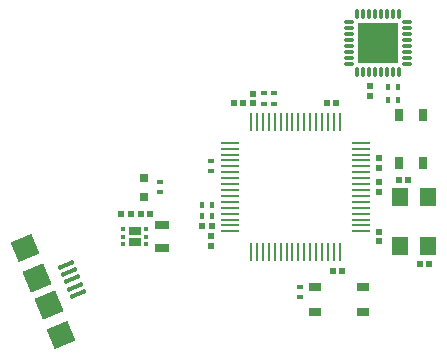
<source format=gtp>
G04 Layer_Color=8421504*
%FSAX25Y25*%
%MOIN*%
G70*
G01*
G75*
%ADD11R,0.01772X0.01181*%
G04:AMPARAMS|DCode=12|XSize=56mil|YSize=14mil|CornerRadius=0mil|HoleSize=0mil|Usage=FLASHONLY|Rotation=22.500|XOffset=0mil|YOffset=0mil|HoleType=Round|Shape=Rectangle|*
%AMROTATEDRECTD12*
4,1,4,-0.02319,-0.01718,-0.02855,-0.00425,0.02319,0.01718,0.02855,0.00425,-0.02319,-0.01718,0.0*
%
%ADD12ROTATEDRECTD12*%

G04:AMPARAMS|DCode=13|XSize=71mil|YSize=75mil|CornerRadius=0mil|HoleSize=0mil|Usage=FLASHONLY|Rotation=292.500|XOffset=0mil|YOffset=0mil|HoleType=Round|Shape=Rectangle|*
%AMROTATEDRECTD13*
4,1,4,-0.04823,0.01845,0.02106,0.04715,0.04823,-0.01845,-0.02106,-0.04715,-0.04823,0.01845,0.0*
%
%ADD13ROTATEDRECTD13*%

%ADD14P,0.10607X4X337.5*%
%ADD15R,0.03937X0.02559*%
%ADD16O,0.06102X0.00984*%
%ADD17O,0.00984X0.06102*%
G04:AMPARAMS|DCode=18|XSize=135.83mil|YSize=135.83mil|CornerRadius=2.04mil|HoleSize=0mil|Usage=FLASHONLY|Rotation=180.000|XOffset=0mil|YOffset=0mil|HoleType=Round|Shape=RoundedRectangle|*
%AMROUNDEDRECTD18*
21,1,0.13583,0.13175,0,0,180.0*
21,1,0.13175,0.13583,0,0,180.0*
1,1,0.00408,-0.06588,0.06588*
1,1,0.00408,0.06588,0.06588*
1,1,0.00408,0.06588,-0.06588*
1,1,0.00408,-0.06588,-0.06588*
%
%ADD18ROUNDEDRECTD18*%
G04:AMPARAMS|DCode=19|XSize=11.02mil|YSize=33.47mil|CornerRadius=1.98mil|HoleSize=0mil|Usage=FLASHONLY|Rotation=180.000|XOffset=0mil|YOffset=0mil|HoleType=Round|Shape=RoundedRectangle|*
%AMROUNDEDRECTD19*
21,1,0.01102,0.02950,0,0,180.0*
21,1,0.00706,0.03347,0,0,180.0*
1,1,0.00397,-0.00353,0.01475*
1,1,0.00397,0.00353,0.01475*
1,1,0.00397,0.00353,-0.01475*
1,1,0.00397,-0.00353,-0.01475*
%
%ADD19ROUNDEDRECTD19*%
G04:AMPARAMS|DCode=20|XSize=11.02mil|YSize=33.47mil|CornerRadius=1.98mil|HoleSize=0mil|Usage=FLASHONLY|Rotation=270.000|XOffset=0mil|YOffset=0mil|HoleType=Round|Shape=RoundedRectangle|*
%AMROUNDEDRECTD20*
21,1,0.01102,0.02950,0,0,270.0*
21,1,0.00706,0.03347,0,0,270.0*
1,1,0.00397,-0.01475,-0.00353*
1,1,0.00397,-0.01475,0.00353*
1,1,0.00397,0.01475,0.00353*
1,1,0.00397,0.01475,-0.00353*
%
%ADD20ROUNDEDRECTD20*%
%ADD21R,0.02165X0.01772*%
%ADD22R,0.03150X0.02756*%
%ADD23R,0.05118X0.02756*%
%ADD24R,0.01969X0.02047*%
%ADD25R,0.05500X0.06300*%
%ADD26R,0.02559X0.03937*%
%ADD27R,0.01772X0.02165*%
%ADD28R,0.02047X0.01969*%
G04:AMPARAMS|DCode=55|XSize=39.37mil|YSize=27.56mil|CornerRadius=1.93mil|HoleSize=0mil|Usage=FLASHONLY|Rotation=180.000|XOffset=0mil|YOffset=0mil|HoleType=Round|Shape=RoundedRectangle|*
%AMROUNDEDRECTD55*
21,1,0.03937,0.02370,0,0,180.0*
21,1,0.03551,0.02756,0,0,180.0*
1,1,0.00386,-0.01776,0.01185*
1,1,0.00386,0.01776,0.01185*
1,1,0.00386,0.01776,-0.01185*
1,1,0.00386,-0.01776,-0.01185*
%
%ADD55ROUNDEDRECTD55*%
D11*
X0451661Y0242441D02*
D03*
Y0245000D02*
D03*
Y0247559D02*
D03*
X0459339D02*
D03*
Y0245000D02*
D03*
Y0242441D02*
D03*
D12*
X0432669Y0235422D02*
D03*
X0436618Y0225890D02*
D03*
X0433648Y0233058D02*
D03*
X0434628Y0230694D02*
D03*
X0435623Y0228292D02*
D03*
D13*
X0418900Y0241225D02*
D03*
X0430973Y0212078D02*
D03*
D14*
X0423014Y0231295D02*
D03*
X0426840Y0222056D02*
D03*
D15*
X0515429Y0228134D02*
D03*
Y0219866D02*
D03*
X0531571Y0228134D02*
D03*
Y0219866D02*
D03*
D16*
X0530752Y0246736D02*
D03*
Y0248705D02*
D03*
Y0250673D02*
D03*
Y0252642D02*
D03*
Y0254610D02*
D03*
Y0256579D02*
D03*
Y0258547D02*
D03*
Y0260516D02*
D03*
Y0262484D02*
D03*
Y0264453D02*
D03*
Y0266421D02*
D03*
Y0268390D02*
D03*
Y0270358D02*
D03*
Y0272327D02*
D03*
Y0274295D02*
D03*
Y0276264D02*
D03*
X0487248D02*
D03*
Y0274295D02*
D03*
Y0272327D02*
D03*
Y0270358D02*
D03*
Y0268390D02*
D03*
Y0266421D02*
D03*
Y0264453D02*
D03*
Y0262484D02*
D03*
Y0260516D02*
D03*
Y0258547D02*
D03*
Y0256579D02*
D03*
Y0254610D02*
D03*
Y0252642D02*
D03*
Y0250673D02*
D03*
Y0248705D02*
D03*
Y0246736D02*
D03*
D17*
X0523764Y0283252D02*
D03*
X0521795D02*
D03*
X0519827D02*
D03*
X0517858D02*
D03*
X0515890D02*
D03*
X0513921D02*
D03*
X0511953D02*
D03*
X0509984D02*
D03*
X0508016D02*
D03*
X0506047D02*
D03*
X0504079D02*
D03*
X0502110D02*
D03*
X0500142D02*
D03*
X0498173D02*
D03*
X0496205D02*
D03*
X0494236D02*
D03*
Y0239748D02*
D03*
X0496205D02*
D03*
X0498173D02*
D03*
X0500142D02*
D03*
X0502110D02*
D03*
X0504079D02*
D03*
X0506047D02*
D03*
X0508016D02*
D03*
X0509984D02*
D03*
X0511953D02*
D03*
X0513921D02*
D03*
X0515890D02*
D03*
X0517858D02*
D03*
X0519827D02*
D03*
X0521795D02*
D03*
X0523764D02*
D03*
D18*
X0536500Y0309500D02*
D03*
D19*
X0543390Y0299756D02*
D03*
X0541421D02*
D03*
X0539453D02*
D03*
X0537484D02*
D03*
X0535516D02*
D03*
X0533547D02*
D03*
X0531579D02*
D03*
X0529610D02*
D03*
Y0319244D02*
D03*
X0531579D02*
D03*
X0533547D02*
D03*
X0535516D02*
D03*
X0537484D02*
D03*
X0539453D02*
D03*
X0541421D02*
D03*
X0543390D02*
D03*
D20*
X0526756Y0302610D02*
D03*
Y0304579D02*
D03*
Y0306547D02*
D03*
Y0308516D02*
D03*
Y0310484D02*
D03*
Y0312453D02*
D03*
Y0314421D02*
D03*
Y0316390D02*
D03*
X0546244D02*
D03*
Y0314421D02*
D03*
Y0312453D02*
D03*
Y0310484D02*
D03*
Y0308516D02*
D03*
Y0306547D02*
D03*
Y0304579D02*
D03*
Y0302610D02*
D03*
D21*
X0464000Y0259728D02*
D03*
Y0263272D02*
D03*
X0481000Y0270272D02*
D03*
Y0266728D02*
D03*
X0510500Y0228272D02*
D03*
Y0224728D02*
D03*
X0498500Y0292772D02*
D03*
Y0289228D02*
D03*
X0502000Y0292772D02*
D03*
Y0289228D02*
D03*
D22*
X0458500Y0264650D02*
D03*
Y0258350D02*
D03*
D23*
X0464500Y0241260D02*
D03*
Y0248740D02*
D03*
D24*
X0450886Y0252500D02*
D03*
X0454114D02*
D03*
X0481114Y0248500D02*
D03*
X0477886D02*
D03*
X0546614Y0264000D02*
D03*
X0543386D02*
D03*
X0550386Y0236000D02*
D03*
X0553614D02*
D03*
X0524614Y0233500D02*
D03*
X0521386D02*
D03*
X0491614Y0289500D02*
D03*
X0488386D02*
D03*
X0519386D02*
D03*
X0522614D02*
D03*
X0460614Y0252500D02*
D03*
X0457386D02*
D03*
D25*
X0543750Y0258150D02*
D03*
Y0241850D02*
D03*
X0553250D02*
D03*
Y0258150D02*
D03*
D26*
X0543366Y0269429D02*
D03*
X0551634D02*
D03*
X0543366Y0285571D02*
D03*
X0551634D02*
D03*
D27*
X0539728Y0295000D02*
D03*
X0543272D02*
D03*
X0539728Y0290500D02*
D03*
X0543272D02*
D03*
X0481272Y0252000D02*
D03*
X0477728D02*
D03*
X0481272Y0255500D02*
D03*
X0477728D02*
D03*
D28*
X0534000Y0295114D02*
D03*
Y0291886D02*
D03*
X0537000Y0259886D02*
D03*
Y0263114D02*
D03*
X0495000Y0289386D02*
D03*
Y0292614D02*
D03*
X0537000Y0271114D02*
D03*
Y0267886D02*
D03*
X0481000Y0245114D02*
D03*
Y0241886D02*
D03*
X0537000Y0246614D02*
D03*
Y0243386D02*
D03*
D55*
X0455500Y0246772D02*
D03*
Y0243228D02*
D03*
M02*

</source>
